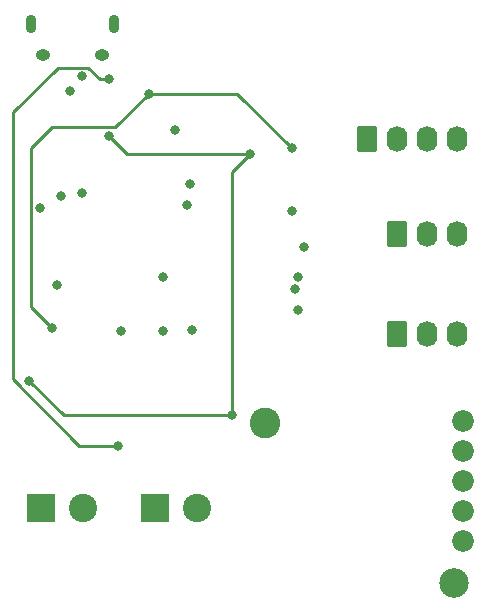
<source format=gbr>
%TF.GenerationSoftware,KiCad,Pcbnew,(6.0.0-0)*%
%TF.CreationDate,2022-12-05T10:13:41-05:00*%
%TF.ProjectId,Dome_Logics_V1,446f6d65-5f4c-46f6-9769-63735f56312e,rev?*%
%TF.SameCoordinates,Original*%
%TF.FileFunction,Copper,L2,Inr*%
%TF.FilePolarity,Positive*%
%FSLAX46Y46*%
G04 Gerber Fmt 4.6, Leading zero omitted, Abs format (unit mm)*
G04 Created by KiCad (PCBNEW (6.0.0-0)) date 2022-12-05 10:13:41*
%MOMM*%
%LPD*%
G01*
G04 APERTURE LIST*
G04 Aperture macros list*
%AMRoundRect*
0 Rectangle with rounded corners*
0 $1 Rounding radius*
0 $2 $3 $4 $5 $6 $7 $8 $9 X,Y pos of 4 corners*
0 Add a 4 corners polygon primitive as box body*
4,1,4,$2,$3,$4,$5,$6,$7,$8,$9,$2,$3,0*
0 Add four circle primitives for the rounded corners*
1,1,$1+$1,$2,$3*
1,1,$1+$1,$4,$5*
1,1,$1+$1,$6,$7*
1,1,$1+$1,$8,$9*
0 Add four rect primitives between the rounded corners*
20,1,$1+$1,$2,$3,$4,$5,0*
20,1,$1+$1,$4,$5,$6,$7,0*
20,1,$1+$1,$6,$7,$8,$9,0*
20,1,$1+$1,$8,$9,$2,$3,0*%
G04 Aperture macros list end*
%TA.AperFunction,ComponentPad*%
%ADD10RoundRect,0.250000X-0.620000X-0.845000X0.620000X-0.845000X0.620000X0.845000X-0.620000X0.845000X0*%
%TD*%
%TA.AperFunction,ComponentPad*%
%ADD11O,1.740000X2.190000*%
%TD*%
%TA.AperFunction,ComponentPad*%
%ADD12R,2.400000X2.400000*%
%TD*%
%TA.AperFunction,ComponentPad*%
%ADD13C,2.400000*%
%TD*%
%TA.AperFunction,ComponentPad*%
%ADD14C,1.836000*%
%TD*%
%TA.AperFunction,ComponentPad*%
%ADD15C,2.500000*%
%TD*%
%TA.AperFunction,ComponentPad*%
%ADD16C,2.600000*%
%TD*%
%TA.AperFunction,ComponentPad*%
%ADD17O,1.250000X0.950000*%
%TD*%
%TA.AperFunction,ComponentPad*%
%ADD18O,0.890000X1.550000*%
%TD*%
%TA.AperFunction,ViaPad*%
%ADD19C,0.800000*%
%TD*%
%TA.AperFunction,Conductor*%
%ADD20C,0.254000*%
%TD*%
G04 APERTURE END LIST*
D10*
%TO.N,GND*%
%TO.C,J2*%
X121636000Y-92266000D03*
D11*
%TO.N,+5V*%
X124176000Y-92266000D03*
%TO.N,REAR_LOGICS*%
X126716000Y-92266000D03*
%TO.N,REAR_LOGICS_CLOCK*%
X129256000Y-92266000D03*
%TD*%
D12*
%TO.N,GND*%
%TO.C,J7*%
X94054000Y-123470000D03*
D13*
%TO.N,+5V*%
X97554000Y-123470000D03*
%TD*%
D10*
%TO.N,GND*%
%TO.C,J12*%
X124176000Y-108774000D03*
D11*
%TO.N,RX_FU*%
X126716000Y-108774000D03*
%TO.N,TX_FU*%
X129256000Y-108774000D03*
%TD*%
D14*
%TO.N,unconnected-(U6-Pad0)*%
%TO.C,U6*%
X129792000Y-126264000D03*
%TO.N,+12V*%
X129792000Y-123724000D03*
%TO.N,GND*%
X129792000Y-121184000D03*
X129792000Y-118644000D03*
%TO.N,+5V*%
X129792000Y-116104000D03*
D15*
%TO.N,N/C*%
X128962000Y-129794000D03*
D16*
X112962000Y-116294000D03*
%TD*%
D12*
%TO.N,GND*%
%TO.C,J5*%
X103714000Y-123470000D03*
D13*
%TO.N,+12V*%
X107214000Y-123470000D03*
%TD*%
D10*
%TO.N,GND*%
%TO.C,J3*%
X124176000Y-100306000D03*
D11*
%TO.N,+5V*%
X126716000Y-100306000D03*
%TO.N,FRONT_LOGICS*%
X129256000Y-100306000D03*
%TD*%
D17*
%TO.N,unconnected-(J1-Pad6)*%
%TO.C,J1*%
X94180000Y-85158000D03*
D18*
X100180000Y-82458000D03*
X93180000Y-82458000D03*
D17*
X99180000Y-85158000D03*
%TD*%
D19*
%TO.N,REAR_LOGICS_CLOCK*%
X106650000Y-96076000D03*
%TO.N,FRONT_LOGICS*%
X106396000Y-97854000D03*
%TO.N,RX_FU*%
X106777000Y-108395000D03*
%TO.N,TX_FU*%
X104364000Y-108522000D03*
%TO.N,REAR_LOGICS*%
X100808000Y-108522000D03*
%TO.N,GND*%
X104364000Y-103950000D03*
X95361500Y-104599500D03*
X105380000Y-91504000D03*
X115286000Y-98362000D03*
X93954500Y-98103500D03*
%TO.N,+3.3V*%
X93053000Y-112721000D03*
X111730000Y-93536000D03*
X99792000Y-92012000D03*
X110206000Y-115634000D03*
%TO.N,VBUS*%
X99792000Y-87186000D03*
X100522000Y-118206000D03*
%TO.N,D-*%
X115794000Y-106744000D03*
X97506000Y-86932000D03*
%TO.N,D+*%
X96490000Y-88202000D03*
X115540000Y-104966000D03*
%TO.N,TXD0*%
X95728000Y-97092000D03*
X115794000Y-103950000D03*
%TO.N,RXD0*%
X97506000Y-96838000D03*
X116302000Y-101410000D03*
%TO.N,RESET*%
X94966000Y-108268000D03*
X115286000Y-93028000D03*
X103161000Y-88389000D03*
%TD*%
D20*
%TO.N,+3.3V*%
X101316000Y-93536000D02*
X111730000Y-93536000D01*
X99792000Y-92012000D02*
X101316000Y-93536000D01*
X110206000Y-95060000D02*
X111730000Y-93536000D01*
X110206000Y-115634000D02*
X110206000Y-95060000D01*
X95966000Y-115634000D02*
X93053000Y-112721000D01*
X110206000Y-115634000D02*
X95966000Y-115634000D01*
%TO.N,VBUS*%
X100522000Y-118206000D02*
X97284000Y-118206000D01*
X97284000Y-118206000D02*
X91664000Y-112586000D01*
X91664000Y-89980000D02*
X95438511Y-86205489D01*
X95438511Y-86205489D02*
X98049489Y-86205489D01*
X98049489Y-86205489D02*
X99030000Y-87186000D01*
X91664000Y-112586000D02*
X91664000Y-89980000D01*
X99030000Y-87186000D02*
X99792000Y-87186000D01*
%TO.N,RESET*%
X115286000Y-93028000D02*
X110647000Y-88389000D01*
X94966000Y-91250000D02*
X100300000Y-91250000D01*
X93188000Y-106490000D02*
X93188000Y-93028000D01*
X93188000Y-93028000D02*
X94966000Y-91250000D01*
X94966000Y-108268000D02*
X93188000Y-106490000D01*
X100300000Y-91250000D02*
X103161000Y-88389000D01*
X110647000Y-88389000D02*
X103161000Y-88389000D01*
%TD*%
M02*

</source>
